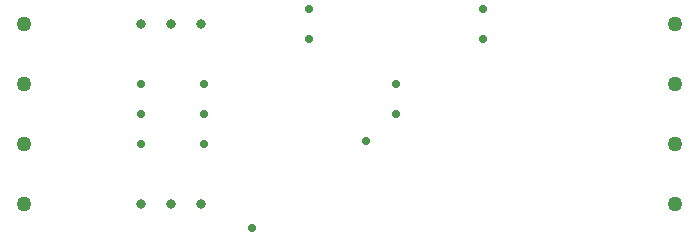
<source format=gbr>
%TF.GenerationSoftware,Altium Limited,Altium Designer,22.9.1 (49)*%
G04 Layer_Color=0*
%FSLAX26Y26*%
%MOIN*%
%TF.SameCoordinates,855F7917-2C45-41DE-9D2E-9897B7A1FA0C*%
%TF.FilePolarity,Positive*%
%TF.FileFunction,Plated,1,2,PTH,Drill*%
%TF.Part,Single*%
G01*
G75*
%TA.AperFunction,ComponentDrill*%
%ADD27C,0.050000*%
%ADD28C,0.031496*%
%ADD29C,0.027559*%
%ADD30C,0.027953*%
%TA.AperFunction,ViaDrill,NotFilled*%
%ADD31C,0.028000*%
D27*
X2660000Y2600000D02*
D03*
Y2400000D02*
D03*
Y2200000D02*
D03*
Y2800000D02*
D03*
X4830000Y2600000D02*
D03*
Y2400000D02*
D03*
Y2200000D02*
D03*
Y2800000D02*
D03*
D28*
X3250000D02*
D03*
X3150000D02*
D03*
X3050000D02*
D03*
X3250000Y2200000D02*
D03*
X3150000D02*
D03*
X3050000D02*
D03*
D29*
X3900000Y2599213D02*
D03*
Y2500787D02*
D03*
X3610000Y2750787D02*
D03*
Y2849213D02*
D03*
X4190000Y2750787D02*
D03*
Y2849213D02*
D03*
D30*
X3050000Y2600000D02*
D03*
Y2500000D02*
D03*
Y2400000D02*
D03*
X3260000Y2600000D02*
D03*
Y2500000D02*
D03*
Y2400000D02*
D03*
D31*
X3800000Y2410000D02*
D03*
X3420000Y2120000D02*
D03*
%TF.MD5,1b8ad9ff3ff10326100874709f38877f*%
M02*

</source>
